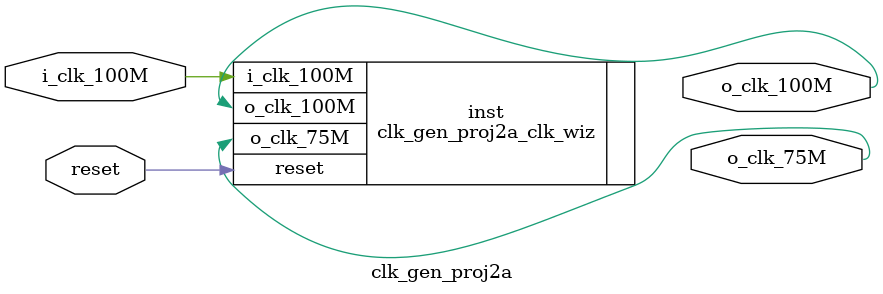
<source format=v>


`timescale 1ps/1ps

(* CORE_GENERATION_INFO = "clk_gen_proj2a,clk_wiz_v6_0_4_0_0,{component_name=clk_gen_proj2a,use_phase_alignment=true,use_min_o_jitter=false,use_max_i_jitter=false,use_dyn_phase_shift=false,use_inclk_switchover=false,use_dyn_reconfig=false,enable_axi=0,feedback_source=FDBK_AUTO,PRIMITIVE=PLL,num_out_clk=2,clkin1_period=10.000,clkin2_period=10.000,use_power_down=false,use_reset=true,use_locked=false,use_inclk_stopped=false,feedback_type=SINGLE,CLOCK_MGR_TYPE=NA,manual_override=false}" *)

module clk_gen_proj2a 
 (
  // Clock out ports
  output        o_clk_100M,
  output        o_clk_75M,
  // Status and control signals
  input         reset,
 // Clock in ports
  input         i_clk_100M
 );

  clk_gen_proj2a_clk_wiz inst
  (
  // Clock out ports  
  .o_clk_100M(o_clk_100M),
  .o_clk_75M(o_clk_75M),
  // Status and control signals               
  .reset(reset), 
 // Clock in ports
  .i_clk_100M(i_clk_100M)
  );

endmodule

</source>
